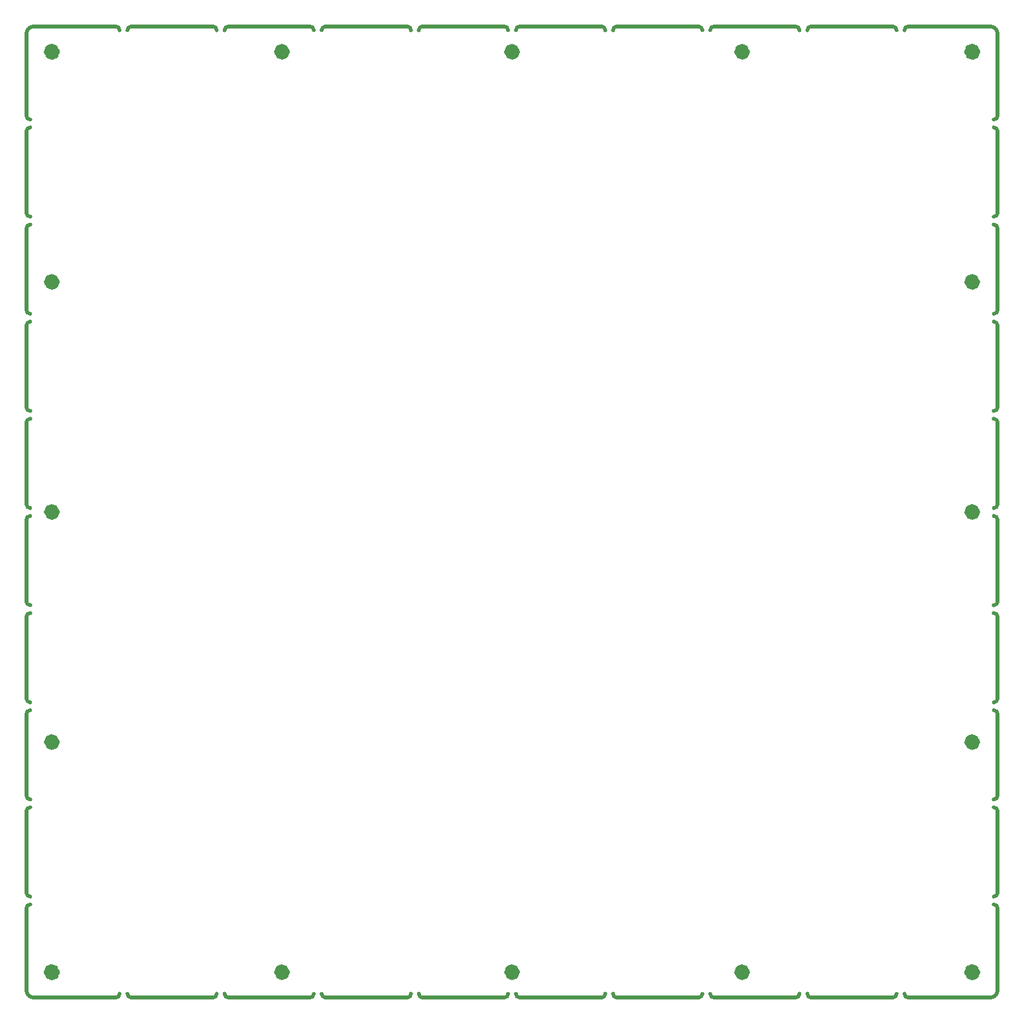
<source format=gbr>
G04 #@! TF.GenerationSoftware,KiCad,Pcbnew,5.1.12-84ad8e8a86~92~ubuntu20.04.1*
G04 #@! TF.CreationDate,2022-01-11T01:44:11-05:00*
G04 #@! TF.ProjectId,stencil,7374656e-6369-46c2-9e6b-696361645f70,rev?*
G04 #@! TF.SameCoordinates,Original*
G04 #@! TF.FileFunction,Paste,Bot*
G04 #@! TF.FilePolarity,Positive*
%FSLAX46Y46*%
G04 Gerber Fmt 4.6, Leading zero omitted, Abs format (unit mm)*
G04 Created by KiCad (PCBNEW 5.1.12-84ad8e8a86~92~ubuntu20.04.1) date 2022-01-11 01:44:11*
%MOMM*%
%LPD*%
G01*
G04 APERTURE LIST*
%ADD10C,1.050000*%
%ADD11C,1.000000*%
%ADD12C,0.500000*%
G04 APERTURE END LIST*
D10*
X-7729358Y-37770062D02*
G75*
G03*
X-7729358Y-37770062I-525000J0D01*
G01*
X109770642Y-37770062D02*
G75*
G03*
X109770642Y-37770062I-525000J0D01*
G01*
X109770642Y79729938D02*
G75*
G03*
X109770642Y79729938I-525000J0D01*
G01*
X-7729358Y79729938D02*
G75*
G03*
X-7729358Y79729938I-525000J0D01*
G01*
D11*
X109745642Y-8395062D02*
G75*
G03*
X109745642Y-8395062I-500000J0D01*
G01*
X-7754358Y-8395062D02*
G75*
G03*
X-7754358Y-8395062I-500000J0D01*
G01*
X109745642Y20979938D02*
G75*
G03*
X109745642Y20979938I-500000J0D01*
G01*
X-7754358Y20979938D02*
G75*
G03*
X-7754358Y20979938I-500000J0D01*
G01*
X109745642Y50354938D02*
G75*
G03*
X109745642Y50354938I-500000J0D01*
G01*
X-7754358Y50354938D02*
G75*
G03*
X-7754358Y50354938I-500000J0D01*
G01*
X80370642Y-37770062D02*
G75*
G03*
X80370642Y-37770062I-500000J0D01*
G01*
X80370642Y79729938D02*
G75*
G03*
X80370642Y79729938I-500000J0D01*
G01*
X50995642Y-37770062D02*
G75*
G03*
X50995642Y-37770062I-500000J0D01*
G01*
X50995642Y79729938D02*
G75*
G03*
X50995642Y79729938I-500000J0D01*
G01*
X21620642Y-37770062D02*
G75*
G03*
X21620642Y-37770062I-500000J0D01*
G01*
X21620642Y79729938D02*
G75*
G03*
X21620642Y79729938I-500000J0D01*
G01*
D12*
X111995642Y-29120062D02*
G75*
G02*
X112495642Y-29620062I0J-500000D01*
G01*
X112495642Y-29620062D02*
X112495642Y-40020062D01*
X-11004358Y-29120062D02*
G75*
G03*
X-11504358Y-29620062I0J-500000D01*
G01*
X-11504358Y-29620062D02*
X-11504358Y-40020062D01*
X111995642Y-28120062D02*
G75*
G03*
X112495642Y-27620062I0J500000D01*
G01*
X111995642Y-16720062D02*
G75*
G02*
X112495642Y-17220062I0J-500000D01*
G01*
X112495642Y-17220062D02*
X112495642Y-27620062D01*
X-11004358Y-28120062D02*
G75*
G02*
X-11504358Y-27620062I0J500000D01*
G01*
X-11004358Y-16720062D02*
G75*
G03*
X-11504358Y-17220062I0J-500000D01*
G01*
X-11504358Y-17220062D02*
X-11504358Y-27620062D01*
X111995642Y-15720062D02*
G75*
G03*
X112495642Y-15220062I0J500000D01*
G01*
X111995642Y-4320062D02*
G75*
G02*
X112495642Y-4820062I0J-500000D01*
G01*
X112495642Y-4820062D02*
X112495642Y-15220062D01*
X-11004358Y-15720062D02*
G75*
G02*
X-11504358Y-15220062I0J500000D01*
G01*
X-11004358Y-4320062D02*
G75*
G03*
X-11504358Y-4820062I0J-500000D01*
G01*
X-11504358Y-4820062D02*
X-11504358Y-15220062D01*
X111995642Y-3320062D02*
G75*
G03*
X112495642Y-2820062I0J500000D01*
G01*
X111995642Y8079938D02*
G75*
G02*
X112495642Y7579938I0J-500000D01*
G01*
X112495642Y7579938D02*
X112495642Y-2820062D01*
X-11004358Y-3320062D02*
G75*
G02*
X-11504358Y-2820062I0J500000D01*
G01*
X-11004358Y8079938D02*
G75*
G03*
X-11504358Y7579938I0J-500000D01*
G01*
X-11504358Y7579938D02*
X-11504358Y-2820062D01*
X111995642Y9079938D02*
G75*
G03*
X112495642Y9579938I0J500000D01*
G01*
X111995642Y20479938D02*
G75*
G02*
X112495642Y19979938I0J-500000D01*
G01*
X112495642Y19979938D02*
X112495642Y9579938D01*
X-11004358Y9079938D02*
G75*
G02*
X-11504358Y9579938I0J500000D01*
G01*
X-11004358Y20479938D02*
G75*
G03*
X-11504358Y19979938I0J-500000D01*
G01*
X-11504358Y19979938D02*
X-11504358Y9579938D01*
X111995642Y21479938D02*
G75*
G03*
X112495642Y21979938I0J500000D01*
G01*
X111995642Y32879938D02*
G75*
G02*
X112495642Y32379938I0J-500000D01*
G01*
X112495642Y32379938D02*
X112495642Y21979938D01*
X-11004358Y21479938D02*
G75*
G02*
X-11504358Y21979938I0J500000D01*
G01*
X-11004358Y32879938D02*
G75*
G03*
X-11504358Y32379938I0J-500000D01*
G01*
X-11504358Y32379938D02*
X-11504358Y21979938D01*
X111995642Y33879938D02*
G75*
G03*
X112495642Y34379938I0J500000D01*
G01*
X111995642Y45279938D02*
G75*
G02*
X112495642Y44779938I0J-500000D01*
G01*
X112495642Y44779938D02*
X112495642Y34379938D01*
X-11004358Y33879938D02*
G75*
G02*
X-11504358Y34379938I0J500000D01*
G01*
X-11004358Y45279938D02*
G75*
G03*
X-11504358Y44779938I0J-500000D01*
G01*
X-11504358Y44779938D02*
X-11504358Y34379938D01*
X111995642Y46279938D02*
G75*
G03*
X112495642Y46779938I0J500000D01*
G01*
X111995642Y57679938D02*
G75*
G02*
X112495642Y57179938I0J-500000D01*
G01*
X112495642Y57179938D02*
X112495642Y46779938D01*
X-11004358Y46279938D02*
G75*
G02*
X-11504358Y46779938I0J500000D01*
G01*
X-11004358Y57679938D02*
G75*
G03*
X-11504358Y57179938I0J-500000D01*
G01*
X-11504358Y57179938D02*
X-11504358Y46779938D01*
X111995642Y58679938D02*
G75*
G03*
X112495642Y59179938I0J500000D01*
G01*
X111995642Y70079938D02*
G75*
G02*
X112495642Y69579938I0J-500000D01*
G01*
X112495642Y69579938D02*
X112495642Y59179938D01*
X-11004358Y58679938D02*
G75*
G02*
X-11504358Y59179938I0J500000D01*
G01*
X-11004358Y70079938D02*
G75*
G03*
X-11504358Y69579938I0J-500000D01*
G01*
X-11504358Y69579938D02*
X-11504358Y59179938D01*
X111995642Y71079938D02*
G75*
G03*
X112495642Y71579938I0J500000D01*
G01*
X112495642Y81979938D02*
X112495642Y71579938D01*
X-11004358Y71079938D02*
G75*
G02*
X-11504358Y71579938I0J500000D01*
G01*
X-11504358Y81979938D02*
X-11504358Y71579938D01*
X100595642Y-40520062D02*
G75*
G03*
X101095642Y-41020062I500000J0D01*
G01*
X101095642Y-41020062D02*
X111495642Y-41020062D01*
X100595642Y82479938D02*
G75*
G02*
X101095642Y82979938I500000J0D01*
G01*
X101095642Y82979938D02*
X111495642Y82979938D01*
X99595642Y-40520062D02*
G75*
G02*
X99095642Y-41020062I-500000J0D01*
G01*
X88195642Y-40520062D02*
G75*
G03*
X88695642Y-41020062I500000J0D01*
G01*
X88695642Y-41020062D02*
X99095642Y-41020062D01*
X99595642Y82479938D02*
G75*
G03*
X99095642Y82979938I-500000J0D01*
G01*
X88195642Y82479938D02*
G75*
G02*
X88695642Y82979938I500000J0D01*
G01*
X88695642Y82979938D02*
X99095642Y82979938D01*
X87195642Y-40520062D02*
G75*
G02*
X86695642Y-41020062I-500000J0D01*
G01*
X75795642Y-40520062D02*
G75*
G03*
X76295642Y-41020062I500000J0D01*
G01*
X76295642Y-41020062D02*
X86695642Y-41020062D01*
X87195642Y82479938D02*
G75*
G03*
X86695642Y82979938I-500000J0D01*
G01*
X75795642Y82479938D02*
G75*
G02*
X76295642Y82979938I500000J0D01*
G01*
X76295642Y82979938D02*
X86695642Y82979938D01*
X74795642Y-40520062D02*
G75*
G02*
X74295642Y-41020062I-500000J0D01*
G01*
X63395642Y-40520062D02*
G75*
G03*
X63895642Y-41020062I500000J0D01*
G01*
X63895642Y-41020062D02*
X74295642Y-41020062D01*
X74795642Y82479938D02*
G75*
G03*
X74295642Y82979938I-500000J0D01*
G01*
X63395642Y82479938D02*
G75*
G02*
X63895642Y82979938I500000J0D01*
G01*
X63895642Y82979938D02*
X74295642Y82979938D01*
X62395642Y-40520062D02*
G75*
G02*
X61895642Y-41020062I-500000J0D01*
G01*
X50995642Y-40520062D02*
G75*
G03*
X51495642Y-41020062I500000J0D01*
G01*
X51495642Y-41020062D02*
X61895642Y-41020062D01*
X62395642Y82479938D02*
G75*
G03*
X61895642Y82979938I-500000J0D01*
G01*
X50995642Y82479938D02*
G75*
G02*
X51495642Y82979938I500000J0D01*
G01*
X51495642Y82979938D02*
X61895642Y82979938D01*
X49995642Y-40520062D02*
G75*
G02*
X49495642Y-41020062I-500000J0D01*
G01*
X38595642Y-40520062D02*
G75*
G03*
X39095642Y-41020062I500000J0D01*
G01*
X39095642Y-41020062D02*
X49495642Y-41020062D01*
X49995642Y82479938D02*
G75*
G03*
X49495642Y82979938I-500000J0D01*
G01*
X38595642Y82479938D02*
G75*
G02*
X39095642Y82979938I500000J0D01*
G01*
X39095642Y82979938D02*
X49495642Y82979938D01*
X37595642Y-40520062D02*
G75*
G02*
X37095642Y-41020062I-500000J0D01*
G01*
X26195642Y-40520062D02*
G75*
G03*
X26695642Y-41020062I500000J0D01*
G01*
X26695642Y-41020062D02*
X37095642Y-41020062D01*
X37595642Y82479938D02*
G75*
G03*
X37095642Y82979938I-500000J0D01*
G01*
X26195642Y82479938D02*
G75*
G02*
X26695642Y82979938I500000J0D01*
G01*
X26695642Y82979938D02*
X37095642Y82979938D01*
X25195642Y-40520062D02*
G75*
G02*
X24695642Y-41020062I-500000J0D01*
G01*
X13795642Y-40520062D02*
G75*
G03*
X14295642Y-41020062I500000J0D01*
G01*
X14295642Y-41020062D02*
X24695642Y-41020062D01*
X25195642Y82479938D02*
G75*
G03*
X24695642Y82979938I-500000J0D01*
G01*
X13795642Y82479938D02*
G75*
G02*
X14295642Y82979938I500000J0D01*
G01*
X14295642Y82979938D02*
X24695642Y82979938D01*
X12795642Y-40520062D02*
G75*
G02*
X12295642Y-41020062I-500000J0D01*
G01*
X1395642Y-40520062D02*
G75*
G03*
X1895642Y-41020062I500000J0D01*
G01*
X1895642Y-41020062D02*
X12295642Y-41020062D01*
X12795642Y82479938D02*
G75*
G03*
X12295642Y82979938I-500000J0D01*
G01*
X1395642Y82479938D02*
G75*
G02*
X1895642Y82979938I500000J0D01*
G01*
X1895642Y82979938D02*
X12295642Y82979938D01*
X395642Y-40520062D02*
G75*
G02*
X-104358Y-41020062I-500000J0D01*
G01*
X-10504358Y-41020062D02*
X-104358Y-41020062D01*
X395642Y82479938D02*
G75*
G03*
X-104358Y82979938I-500000J0D01*
G01*
X-10504358Y82979938D02*
X-104358Y82979938D01*
X-10504358Y-41020062D02*
G75*
G02*
X-11504358Y-40020062I0J1000000D01*
G01*
X112495642Y-40020062D02*
G75*
G02*
X111495642Y-41020062I-1000000J0D01*
G01*
X111495642Y82979938D02*
G75*
G02*
X112495642Y81979938I0J-1000000D01*
G01*
X-11504358Y81979938D02*
G75*
G02*
X-10504358Y82979938I1000000J0D01*
G01*
M02*

</source>
